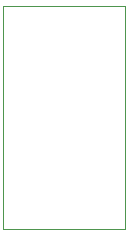
<source format=gbr>
%TF.GenerationSoftware,KiCad,Pcbnew,7.0.11*%
%TF.CreationDate,2024-05-17T15:10:08+03:00*%
%TF.ProjectId,time_delay,74696d65-5f64-4656-9c61-792e6b696361,rev?*%
%TF.SameCoordinates,Original*%
%TF.FileFunction,Profile,NP*%
%FSLAX46Y46*%
G04 Gerber Fmt 4.6, Leading zero omitted, Abs format (unit mm)*
G04 Created by KiCad (PCBNEW 7.0.11) date 2024-05-17 15:10:08*
%MOMM*%
%LPD*%
G01*
G04 APERTURE LIST*
%TA.AperFunction,Profile*%
%ADD10C,0.050000*%
%TD*%
G04 APERTURE END LIST*
D10*
X41400000Y-42900000D02*
X51700000Y-42900000D01*
X51700000Y-61800000D01*
X41400000Y-61800000D01*
X41400000Y-42900000D01*
M02*

</source>
